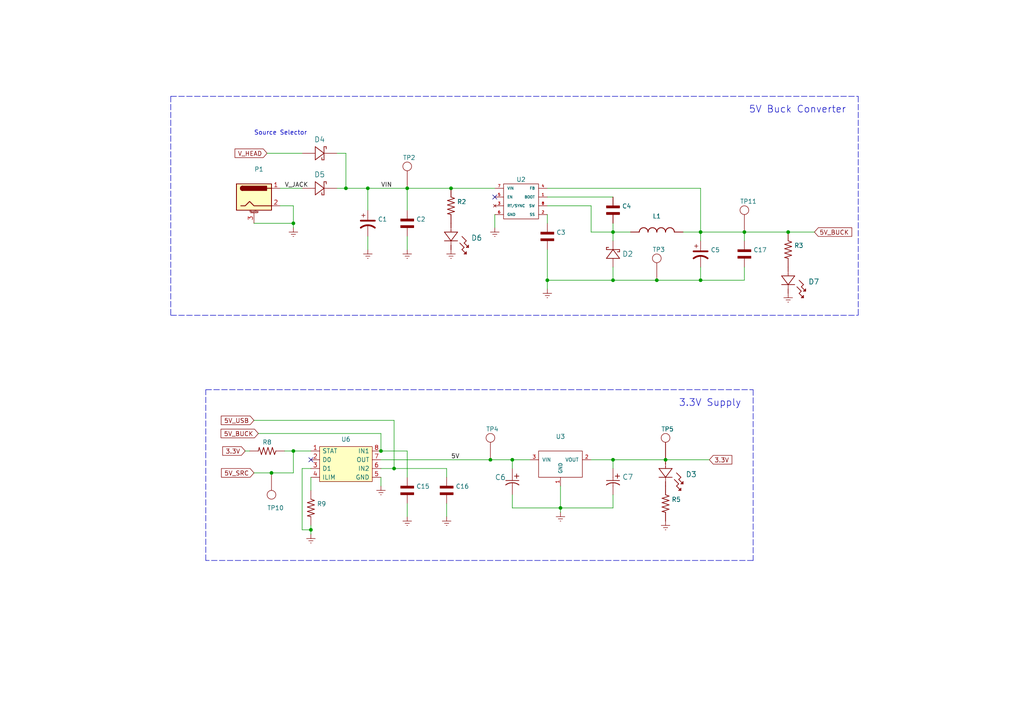
<source format=kicad_sch>
(kicad_sch (version 20211123) (generator eeschema)
  (paper "A4")
  (title_block (title "Engine Microcontroller Power Supply") (rev "1.0") (company "Sun Devil Rocketry") (comment 1 "Author: Colton Acosta"))
  (lib_symbols
    (symbol "Engine-Controller:CAP_0603" (pin_numbers hide) (pin_names (offset 1.016) hide)
      (property "Reference" "C" (at -1.27 3.81 0))
      (property "Value" "CAP_0603" (at -3.81 -3.81 0))
      (symbol "CAP_0603_0_0"
        (rectangle (start -1.27 -1.905) (end -0.635 1.905) (fill (type outline)))
        (rectangle (start 0.635 -1.905) (end 1.27 1.905) (fill (type outline)))
        (pin passive line (at 3.81 0 180) (length 2.54) (name "~") (number "1"))
        (pin passive line (at -3.81 0 0) (length 2.54) (name "~") (number "2"))
      )
    )
    (symbol "Engine-Controller:CAP_Polar" (pin_numbers hide) (pin_names (offset 0.254) hide)
      (property "Reference" "C" (at 0.635 2.54 0))
      (property "Value" "CAP_Polar" (at 0.635 -2.54 0))
      (symbol "CAP_Polar_0_1"
        (polyline (pts (xy -2.032 0.762) (xy 2.032 0.762)) (stroke (width 0.508)))
        (polyline (pts (xy -1.778 2.286) (xy -0.762 2.286)))
        (polyline (pts (xy -1.27 1.778) (xy -1.27 2.794)))
        (arc (start 2.032 -1.27) (mid 0 -0.5572) (end -2.032 -1.27) (stroke (width 0.508)))
      )
      (symbol "CAP_Polar_1_1"
        (pin passive line (at 0 3.81 270) (length 2.794) (name "~") (number "1"))
        (pin passive line (at 0 -3.81 90) (length 3.302) (name "~") (number "2"))
      )
    )
    (symbol "Engine-Controller:CBC3225T220KR" (pin_numbers hide) (pin_names (offset 1.016) hide)
      (property "Reference" "L" (at -2.54 2.54 0))
      (property "Value" "CBC3225T220KR" (at -7.62 -3.81 0))
      (symbol "CBC3225T220KR_0_0"
        (arc (start -2.54 0) (mid -3.81 1.27) (end -5.08 0) (stroke (width 0.254)))
        (arc (start 0 0) (mid -1.27 1.27) (end -2.54 0) (stroke (width 0.254)))
        (arc (start 2.54 0) (mid 1.27 1.27) (end 0 0) (stroke (width 0.254)))
        (arc (start 5.08 0) (mid 3.81 1.27) (end 2.54 0) (stroke (width 0.254)))
        (pin passive line (at -7.62 0 0) (length 2.54) (name "~") (number "1"))
        (pin passive line (at 7.62 0 180) (length 2.54) (name "~") (number "2"))
      )
    )
    (symbol "Engine-Controller:CWR11HH106KB" (pin_numbers hide) (pin_names (offset 1.651) hide)
      (property "Reference" "C" (at 3.81 3.81 0))
      (property "Value" "CWR11HH106KB" (at 3.81 -5.08 0))
      (symbol "CWR11HH106KB_1_1"
        (polyline (pts (xy 1.5748 1.27) (xy 2.8448 1.27)) (stroke (width 0.2032)))
        (polyline (pts (xy 2.2098 0.635) (xy 2.2098 1.905)) (stroke (width 0.2032)))
        (polyline (pts (xy 2.54 0) (xy 3.4798 0)) (stroke (width 0.1524)))
        (polyline (pts (xy 3.4798 -1.905) (xy 3.4798 1.905)) (stroke (width 0.2032)))
        (polyline (pts (xy 4.1148 0) (xy 5.08 0)) (stroke (width 0.1524)))
        (arc (start 4.7498 1.905) (mid 4.1148 0) (end 4.7498 -1.905) (stroke (width 0.254)))
        (pin passive line (at 0 0 0) (length 2.54) (name "1") (number "1"))
        (pin passive line (at 7.62 0 180) (length 2.54) (name "2") (number "2"))
      )
    )
    (symbol "Engine-Controller:EJ508A" (pin_names hide)
      (property "Reference" "P" (at 0 5.334 0))
      (symbol "EJ508A_0_1"
        (rectangle (start -5.08 3.81) (end 5.08 -3.81) (stroke (width 0.254)) (fill (type background)))
        (arc (start -3.302 3.175) (mid -3.937 2.54) (end -3.302 1.905) (stroke (width 0.254)))
        (arc (start -3.302 3.175) (mid -3.937 2.54) (end -3.302 1.905) (stroke (width 0.254)) (fill (type outline)))
        (polyline (pts (xy 5.08 2.54) (xy 3.81 2.54)) (stroke (width 0.254)))
        (polyline (pts (xy -3.81 -2.54) (xy -2.54 -2.54) (xy -1.27 -1.27) (xy 0 -2.54) (xy 2.54 -2.54) (xy 5.08 -2.54)) (stroke (width 0.254)))
        (rectangle (start 3.683 3.175) (end -3.302 1.905) (stroke (width 0.254)) (fill (type outline)))
      )
      (symbol "EJ508A_1_1"
        (polyline (pts (xy -1.016 -4.572) (xy 1.016 -4.572)) (stroke (width 0.1524)))
        (text "Mounting" (at 0 -4.191 0) (effects (font (size 0.381 0.381))))
        (pin passive line (at 7.62 2.54 180) (length 2.54) (name "~") (number "1"))
        (pin passive line (at 7.62 -2.54 180) (length 2.54) (name "~") (number "2"))
        (pin passive line (at 0 -7.62 90) (length 3.048) (name "MountPin") (number "3"))
      )
    )
    (symbol "Engine-Controller:RB160VAM-60TR" (pin_numbers hide) (pin_names hide)
      (property "Reference" "D" (at 5.08 4.445 0))
      (symbol "RB160VAM-60TR_1_1"
        (polyline (pts (xy 3.81 -1.905) (xy 6.35 0)) (stroke (width 0.2032)))
        (polyline (pts (xy 3.81 1.905) (xy 3.81 -1.905)) (stroke (width 0.2032)))
        (polyline (pts (xy 5.715 -1.905) (xy 5.715 -1.27)) (stroke (width 0.2032)))
        (polyline (pts (xy 6.35 -1.905) (xy 5.715 -1.905)) (stroke (width 0.2032)))
        (polyline (pts (xy 6.35 -1.905) (xy 6.35 1.905)) (stroke (width 0.2032)))
        (polyline (pts (xy 6.35 0) (xy 3.81 1.905)) (stroke (width 0.2032)))
        (polyline (pts (xy 6.35 1.905) (xy 6.985 1.905)) (stroke (width 0.2032)))
        (polyline (pts (xy 6.985 1.905) (xy 6.985 1.27)) (stroke (width 0.2032)))
        (pin passive line (at 8.89 0 180) (length 2.54) (name "~") (number "1"))
        (pin passive line (at 1.27 0 0) (length 2.54) (name "~") (number "2"))
      )
    )
    (symbol "Engine-Controller:SM5819PL-TP" (pin_numbers hide) (pin_names hide)
      (property "Reference" "D" (at 5.08 4.445 0))
      (symbol "SM5819PL-TP_1_1"
        (polyline (pts (xy 2.54 0) (xy 3.4798 0)) (stroke (width 0.1524)))
        (polyline (pts (xy 3.175 0) (xy 3.81 0)) (stroke (width 0.1524)))
        (polyline (pts (xy 3.81 -1.905) (xy 6.35 0)) (stroke (width 0.2032)))
        (polyline (pts (xy 3.81 1.905) (xy 3.81 -1.905)) (stroke (width 0.2032)))
        (polyline (pts (xy 5.715 -1.905) (xy 5.715 -1.27)) (stroke (width 0.2032)))
        (polyline (pts (xy 6.35 -1.905) (xy 5.715 -1.905)) (stroke (width 0.2032)))
        (polyline (pts (xy 6.35 -1.905) (xy 6.35 1.905)) (stroke (width 0.2032)))
        (polyline (pts (xy 6.35 0) (xy 3.81 1.905)) (stroke (width 0.2032)))
        (polyline (pts (xy 6.35 0) (xy 7.62 0)) (stroke (width 0.1524)))
        (polyline (pts (xy 6.35 1.905) (xy 6.985 1.905)) (stroke (width 0.2032)))
        (polyline (pts (xy 6.985 1.905) (xy 6.985 1.27)) (stroke (width 0.2032)))
        (pin passive line (at 10.16 0 180) (length 2.54) (name "~") (number "1"))
        (pin passive line (at 0 0 0) (length 2.54) (name "~") (number "2"))
      )
    )
    (symbol "Engine-Controller:SML-LX1206GC-TR" (pin_numbers hide) (pin_names hide)
      (property "Reference" "D" (at 3.81 5.08 0))
      (property "Value" "SML-LX1206GC-TR" (at 11.43 -10.16 0))
      (symbol "SML-LX1206GC-TR_1_1"
        (polyline (pts (xy -1.905 0) (xy 1.905 0)) (stroke (width 0.2032)))
        (polyline (pts (xy -1.905 2.54) (xy 0 0)) (stroke (width 0.2032)))
        (polyline (pts (xy 0 0) (xy 0 -1.27)) (stroke (width 0.1524)))
        (polyline (pts (xy 0 0) (xy 1.905 2.54)) (stroke (width 0.2032)))
        (polyline (pts (xy 0 3.175) (xy 0 2.54)) (stroke (width 0.1524)))
        (polyline (pts (xy 0 3.81) (xy 0 2.8702)) (stroke (width 0.1524)))
        (polyline (pts (xy 1.905 2.54) (xy -1.905 2.54)) (stroke (width 0.2032)))
        (polyline (pts (xy 2.54 -0.635) (xy 3.81 -1.905)) (stroke (width 0.2032)))
        (polyline (pts (xy 3.175 -2.54) (xy 4.445 -3.81)) (stroke (width 0.2032)))
        (polyline (pts (xy 3.175 1.27) (xy 4.445 0)) (stroke (width 0.2032)))
        (polyline (pts (xy 3.81 -3.81) (xy 4.445 -3.81)) (stroke (width 0.2032)))
        (polyline (pts (xy 3.81 -1.905) (xy 3.175 -2.54)) (stroke (width 0.2032)))
        (polyline (pts (xy 3.81 -0.635) (xy 5.08 -1.905)) (stroke (width 0.2032)))
        (polyline (pts (xy 4.445 -3.81) (xy 4.445 -3.175)) (stroke (width 0.2032)))
        (polyline (pts (xy 4.445 -3.175) (xy 3.81 -3.81)) (stroke (width 0.2032)))
        (polyline (pts (xy 4.445 -1.905) (xy 5.08 -1.905)) (stroke (width 0.2032)))
        (polyline (pts (xy 4.445 0) (xy 3.81 -0.635)) (stroke (width 0.2032)))
        (polyline (pts (xy 5.08 -1.905) (xy 5.08 -1.27)) (stroke (width 0.2032)))
        (polyline (pts (xy 5.08 -1.27) (xy 4.445 -1.905)) (stroke (width 0.2032)))
        (pin passive line (at 0 -2.54 90) (length 1.27) (name "1") (number "1"))
        (pin passive line (at 0 5.08 270) (length 1.27) (name "2") (number "2"))
      )
    )
    (symbol "Engine-Controller:TP" (pin_numbers hide) (pin_names (offset 1.016) hide)
      (property "Reference" "TP" (at 0 8.89 0))
      (property "Value" "TP" (at 0 8.89 0))
      (symbol "TP_0_1"
        (circle (center 0 6.35) (radius 1.27))
      )
      (symbol "TP_1_1"
        (pin passive line (at 0 0 90) (length 5.08) (name "~") (number "1"))
      )
    )
    (symbol "Engine-Controller:TPS2115APWR" (pin_names (offset 0.762))
      (property "Reference" "U" (at -1.27 6.35 0))
      (symbol "TPS2115APWR_0_1"
        (rectangle (start -7.62 5.08) (end 7.62 -5.08) (fill (type background)))
      )
      (symbol "TPS2115APWR_1_1"
        (pin input line (at -10.16 3.81 0) (length 2.54) (name "STAT") (number "1"))
        (pin input line (at -10.16 1.27 0) (length 2.54) (name "D0") (number "2"))
        (pin input line (at -10.16 -1.27 0) (length 2.54) (name "D1") (number "3"))
        (pin input line (at -10.16 -3.81 0) (length 2.54) (name "ILIM") (number "4"))
        (pin passive line (at 10.16 -3.81 180) (length 2.54) (name "GND") (number "5"))
        (pin input line (at 10.16 -1.27 180) (length 2.54) (name "IN2") (number "6"))
        (pin power_out line (at 10.16 1.27 180) (length 2.54) (name "OUT") (number "7"))
        (pin input line (at 10.16 3.81 180) (length 2.54) (name "IN1") (number "8"))
      )
    )
    (symbol "Engine-Controller:UKL1C220KDDANATD" (pin_numbers hide) (pin_names (offset 0.254) hide)
      (property "Reference" "C" (at 0.635 2.54 0))
      (property "Value" "UKL1C220KDDANATD" (at 0.635 -2.54 0))
      (symbol "UKL1C220KDDANATD_0_1"
        (polyline (pts (xy -2.032 0.762) (xy 2.032 0.762)) (stroke (width 0.508)))
        (polyline (pts (xy -1.778 2.286) (xy -0.762 2.286)))
        (polyline (pts (xy -1.27 1.778) (xy -1.27 2.794)))
        (arc (start 2.032 -1.27) (mid 0 -0.5572) (end -2.032 -1.27) (stroke (width 0.508)))
      )
      (symbol "UKL1C220KDDANATD_1_1"
        (pin passive line (at 0 3.81 270) (length 2.794) (name "~") (number "1"))
        (pin passive line (at 0 -3.81 90) (length 3.302) (name "~") (number "2"))
      )
    )
    (symbol "Flight-Computer-rescue:Earth-power" (power) (pin_names (offset 0))
      (symbol "Earth-power_0_1"
        (polyline (pts (xy -0.635 -1.905) (xy 0.635 -1.905)))
        (polyline (pts (xy -0.127 -2.54) (xy 0.127 -2.54)))
        (polyline (pts (xy 0 -1.27) (xy 0 0)))
        (polyline (pts (xy 1.27 -1.27) (xy -1.27 -1.27)))
      )
      (symbol "Earth-power_1_1"
        (pin power_in line (at 0 0 270) (length 0) hide (name "Earth") (number "1"))
      )
    )
    (symbol "Flight-Computer-rescue:LM22672MRE-5.0_NOPB-Engine-Controller" (pin_names (offset 1.016))
      (property "Reference" "U" (at -1.27 8.89 0))
      (property "Value" "LM22672MRE-5.0_NOPB-Engine-Controller" (at 0 -11.43 0))
      (symbol "LM22672MRE-5.0_NOPB-Engine-Controller_0_1"
        (rectangle (start -5.08 6.35) (end 5.08 -3.81))
      )
      (symbol "LM22672MRE-5.0_NOPB-Engine-Controller_1_1"
        (pin input line (at 7.62 2.54 180) (length 2.54) (name "BOOT") (number "1"))
        (pin input line (at 7.62 -2.54 180) (length 2.54) (name "SS") (number "2"))
        (pin no_connect line (at -7.62 0 0) (length 2.54) (name "RT/SYNC") (number "3"))
        (pin input line (at 7.62 5.08 180) (length 2.54) (name "FB") (number "4"))
        (pin input line (at -7.62 2.54 0) (length 2.54) (name "EN") (number "5"))
        (pin input line (at -7.62 -2.54 0) (length 2.54) (name "GND") (number "6"))
        (pin input line (at -7.62 5.08 0) (length 2.54) (name "VIN") (number "7"))
        (pin output line (at 7.62 0 180) (length 2.54) (name "SW") (number "8"))
      )
    )
    (symbol "Flight-Computer-rescue:LMS8117AMP-3.3_NOPB-Engine-Controller" (pin_names (offset 1.016))
      (property "Reference" "U" (at -1.27 5.08 0))
      (property "Value" "LMS8117AMP-3.3_NOPB-Engine-Controller" (at 0 -11.43 0))
      (symbol "LMS8117AMP-3.3_NOPB-Engine-Controller_0_1"
        (rectangle (start -6.35 3.81) (end 6.35 -3.81))
      )
      (symbol "LMS8117AMP-3.3_NOPB-Engine-Controller_1_1"
        (pin input line (at 0 -6.35 90) (length 2.54) (name "GND") (number "1"))
        (pin output line (at 8.89 1.27 180) (length 2.54) (name "VOUT") (number "2"))
        (pin input line (at -8.89 1.27 0) (length 2.54) (name "VIN") (number "3"))
      )
    )
    (symbol "Flight-Computer-rescue:RES_0603-Engine-Controller" (pin_numbers hide) (pin_names (offset 1.016) hide)
      (property "Reference" "R" (at -1.27 1.27 0))
      (property "Value" "RES_0603-Engine-Controller" (at -3.81 -2.54 0))
      (symbol "RES_0603-Engine-Controller_0_0"
        (polyline (pts (xy -2.54 0) (xy -2.159 1.016)) (stroke (width 0.2032)))
        (polyline (pts (xy -2.159 1.016) (xy -1.524 -1.016)) (stroke (width 0.2032)))
        (polyline (pts (xy -1.524 -1.016) (xy -0.889 1.016)) (stroke (width 0.2032)))
        (polyline (pts (xy -0.889 1.016) (xy -0.254 -1.016)) (stroke (width 0.2032)))
        (polyline (pts (xy -0.254 -1.016) (xy 0.381 1.016)) (stroke (width 0.2032)))
        (polyline (pts (xy 0.381 1.016) (xy 1.016 -1.016)) (stroke (width 0.2032)))
        (polyline (pts (xy 1.016 -1.016) (xy 1.651 1.016)) (stroke (width 0.2032)))
        (polyline (pts (xy 1.651 1.016) (xy 2.286 -1.016)) (stroke (width 0.2032)))
        (polyline (pts (xy 2.286 -1.016) (xy 2.54 0)) (stroke (width 0.2032)))
        (pin passive line (at -5.08 0 0) (length 2.54) (name "~") (number "1"))
        (pin passive line (at 5.08 0 180) (length 2.54) (name "~") (number "2"))
      )
    )
  )
  (junction (at 118.11 54.61))
  (junction (at 130.81 54.61))
  (junction (at 177.8 81.28))
  (junction (at 106.68 54.61))
  (junction (at 148.59 133.35))
  (junction (at 162.56 147.32))
  (junction (at 203.2 81.28))
  (junction (at 215.9 67.31))
  (junction (at 177.8 133.35))
  (junction (at 78.74 137.16))
  (junction (at 142.24 133.35))
  (junction (at 190.5 81.28))
  (junction (at 110.49 130.81))
  (junction (at 100.33 54.61))
  (junction (at 203.2 67.31))
  (junction (at 114.3 135.89))
  (junction (at 193.04 133.35))
  (junction (at 85.09 130.81))
  (junction (at 85.09 64.77))
  (junction (at 177.8 67.31))
  (junction (at 90.17 153.67))
  (junction (at 158.75 81.28))
  (junction (at 228.6 67.31))
  (no_connect (at 143.51 57.15))
  (no_connect (at 90.17 133.35))
  (wire (pts (xy 118.11 60.96) (xy 118.11 54.61)))
  (wire (pts (xy 72.39 130.81) (xy 71.12 130.81)))
  (wire (pts (xy 158.75 59.69) (xy 171.45 59.69)))
  (wire (pts (xy 78.74 137.16) (xy 73.66 137.16)))
  (wire (pts (xy 158.75 57.15) (xy 177.8 57.15)))
  (wire (pts (xy 158.75 72.39) (xy 158.75 81.28)))
  (polyline (pts (xy 49.53 27.94) (xy 248.92 27.94)))
  (wire (pts (xy 153.67 133.35) (xy 148.59 133.35)))
  (wire (pts (xy 215.9 77.47) (xy 215.9 81.28)))
  (wire (pts (xy 171.45 67.31) (xy 177.8 67.31)))
  (wire (pts (xy 148.59 135.89) (xy 148.59 133.35)))
  (wire (pts (xy 87.63 153.67) (xy 90.17 153.67)))
  (wire (pts (xy 110.49 138.43) (xy 110.49 140.97)))
  (wire (pts (xy 177.8 133.35) (xy 193.04 133.35)))
  (wire (pts (xy 158.75 62.23) (xy 158.75 64.77)))
  (wire (pts (xy 129.54 135.89) (xy 129.54 138.43)))
  (wire (pts (xy 203.2 67.31) (xy 215.9 67.31)))
  (wire (pts (xy 171.45 133.35) (xy 177.8 133.35)))
  (wire (pts (xy 114.3 135.89) (xy 129.54 135.89)))
  (wire (pts (xy 142.24 133.35) (xy 110.49 133.35)))
  (wire (pts (xy 81.28 54.61) (xy 87.63 54.61)))
  (wire (pts (xy 177.8 133.35) (xy 177.8 135.89)))
  (wire (pts (xy 177.8 81.28) (xy 190.5 81.28)))
  (wire (pts (xy 171.45 59.69) (xy 171.45 67.31)))
  (wire (pts (xy 130.81 54.61) (xy 143.51 54.61)))
  (wire (pts (xy 90.17 138.43) (xy 90.17 142.24)))
  (wire (pts (xy 106.68 54.61) (xy 118.11 54.61)))
  (wire (pts (xy 129.54 146.05) (xy 129.54 149.86)))
  (wire (pts (xy 90.17 135.89) (xy 87.63 135.89)))
  (wire (pts (xy 215.9 67.31) (xy 228.6 67.31)))
  (wire (pts (xy 158.75 54.61) (xy 203.2 54.61)))
  (wire (pts (xy 177.8 147.32) (xy 162.56 147.32)))
  (wire (pts (xy 203.2 77.47) (xy 203.2 81.28)))
  (wire (pts (xy 203.2 69.85) (xy 203.2 67.31)))
  (wire (pts (xy 177.8 67.31) (xy 182.88 67.31)))
  (wire (pts (xy 106.68 60.96) (xy 106.68 54.61)))
  (wire (pts (xy 203.2 81.28) (xy 215.9 81.28)))
  (wire (pts (xy 82.55 130.81) (xy 85.09 130.81)))
  (wire (pts (xy 162.56 147.32) (xy 162.56 140.97)))
  (wire (pts (xy 73.66 64.77) (xy 85.09 64.77)))
  (wire (pts (xy 215.9 69.85) (xy 215.9 67.31)))
  (wire (pts (xy 118.11 146.05) (xy 118.11 149.86)))
  (wire (pts (xy 85.09 59.69) (xy 85.09 64.77)))
  (wire (pts (xy 177.8 81.28) (xy 177.8 77.47)))
  (wire (pts (xy 148.59 147.32) (xy 162.56 147.32)))
  (wire (pts (xy 100.33 44.45) (xy 100.33 54.61)))
  (wire (pts (xy 77.47 44.45) (xy 87.63 44.45)))
  (wire (pts (xy 118.11 54.61) (xy 130.81 54.61)))
  (polyline (pts (xy 49.53 91.44) (xy 248.92 91.44)))
  (wire (pts (xy 177.8 69.85) (xy 177.8 67.31)))
  (polyline (pts (xy 248.92 27.94) (xy 248.92 91.44)))
  (wire (pts (xy 158.75 81.28) (xy 177.8 81.28)))
  (polyline (pts (xy 59.69 162.56) (xy 59.69 113.03)))
  (wire (pts (xy 148.59 133.35) (xy 142.24 133.35)))
  (wire (pts (xy 85.09 130.81) (xy 90.17 130.81)))
  (wire (pts (xy 143.51 62.23) (xy 143.51 66.04)))
  (polyline (pts (xy 218.44 162.56) (xy 59.69 162.56)))
  (wire (pts (xy 162.56 147.32) (xy 162.56 148.59)))
  (wire (pts (xy 81.28 59.69) (xy 85.09 59.69)))
  (wire (pts (xy 74.93 125.73) (xy 110.49 125.73)))
  (wire (pts (xy 114.3 135.89) (xy 110.49 135.89)))
  (wire (pts (xy 110.49 130.81) (xy 118.11 130.81)))
  (wire (pts (xy 228.6 67.31) (xy 236.22 67.31)))
  (wire (pts (xy 90.17 152.4) (xy 90.17 153.67)))
  (polyline (pts (xy 59.69 113.03) (xy 218.44 113.03)))
  (wire (pts (xy 193.04 133.35) (xy 205.74 133.35)))
  (wire (pts (xy 177.8 67.31) (xy 177.8 64.77)))
  (wire (pts (xy 85.09 137.16) (xy 78.74 137.16)))
  (wire (pts (xy 90.17 153.67) (xy 90.17 154.94)))
  (wire (pts (xy 85.09 130.81) (xy 85.09 137.16)))
  (wire (pts (xy 106.68 68.58) (xy 106.68 72.39)))
  (wire (pts (xy 87.63 135.89) (xy 87.63 153.67)))
  (wire (pts (xy 190.5 81.28) (xy 203.2 81.28)))
  (wire (pts (xy 198.12 67.31) (xy 203.2 67.31)))
  (wire (pts (xy 97.79 54.61) (xy 100.33 54.61)))
  (wire (pts (xy 118.11 68.58) (xy 118.11 72.39)))
  (wire (pts (xy 114.3 121.92) (xy 73.66 121.92)))
  (wire (pts (xy 114.3 135.89) (xy 114.3 121.92)))
  (wire (pts (xy 158.75 81.28) (xy 158.75 83.82)))
  (wire (pts (xy 110.49 125.73) (xy 110.49 130.81)))
  (wire (pts (xy 100.33 54.61) (xy 106.68 54.61)))
  (wire (pts (xy 148.59 143.51) (xy 148.59 147.32)))
  (wire (pts (xy 118.11 130.81) (xy 118.11 138.43)))
  (wire (pts (xy 97.79 44.45) (xy 100.33 44.45)))
  (polyline (pts (xy 49.53 27.94) (xy 49.53 91.44)))
  (polyline (pts (xy 218.44 113.03) (xy 218.44 162.56)))
  (wire (pts (xy 85.09 64.77) (xy 85.09 66.04)))
  (wire (pts (xy 177.8 143.51) (xy 177.8 147.32)))
  (wire (pts (xy 203.2 54.61) (xy 203.2 67.31)))
  (text "Source Selector\n" (at 73.66 39.37 0) (effects (font (size 1.27 1.27)) (justify left bottom)))
  (text "5V Buck Converter" (at 217.17 33.02 0) (effects (font (size 2.0066 2.0066)) (justify left bottom)))
  (text "3.3V Supply\n" (at 196.85 118.11 0) (effects (font (size 2.0066 2.0066)) (justify left bottom)))
  (label "5V" (at 130.81 133.35 0))
  (label "V_JACK" (at 82.55 54.61 0))
  (label "VIN" (at 110.49 54.61 0))
  (global_label "5V_BUCK" (shape input) (at 236.22 67.31 0) (property "Intersheet References" "${INTERSHEET_REFS}" (effects hide)))
  (global_label "3.3V" (shape input) (at 205.74 133.35 0) (property "Intersheet References" "${INTERSHEET_REFS}" (effects hide)))
  (global_label "5V_USB" (shape input) (at 73.66 121.92 180) (property "Intersheet References" "${INTERSHEET_REFS}" (effects hide)))
  (global_label "3.3V" (shape input) (at 71.12 130.81 180) (property "Intersheet References" "${INTERSHEET_REFS}" (effects hide)))
  (global_label "5V_SRC" (shape input) (at 73.66 137.16 180) (property "Intersheet References" "${INTERSHEET_REFS}" (effects hide)))
  (global_label "V_HEAD" (shape input) (at 77.47 44.45 180) (property "Intersheet References" "${INTERSHEET_REFS}" (effects hide)))
  (global_label "5V_BUCK" (shape input) (at 74.93 125.73 180) (property "Intersheet References" "${INTERSHEET_REFS}" (effects hide)))
  (symbol (lib_id "Engine-Controller:EJ508A") (at 73.66 57.15 0) (unit 1)
    (property "Reference" "P1" (at 75.1078 49.0982 0))
  )
  (symbol (lib_id "Engine-Controller:TP") (at 118.11 54.61 0) (unit 1)
    (property "Reference" "TP2" (at 116.84 45.72 0) (effects (justify left)))
  )
  (symbol (lib_id "Engine-Controller:TP") (at 142.24 133.35 0) (unit 1)
    (property "Reference" "TP4" (at 140.97 124.46 0) (effects (justify left)))
  )
  (symbol (lib_id "Engine-Controller:TP") (at 190.5 81.28 0) (unit 1)
    (property "Reference" "TP3" (at 189.23 72.39 0) (effects (justify left)))
  )
  (symbol (lib_id "Engine-Controller:TP") (at 193.04 133.35 0) (unit 1)
    (property "Reference" "TP5" (at 191.77 124.46 0) (effects (justify left)))
  )
  (symbol (lib_id "Flight-Computer-rescue:Earth-power") (at 162.56 148.59 0) (unit 1)
    (property "Reference" "#PWR0108" (effects hide))
  )
  (symbol (lib_id "Engine-Controller:CBC3225T220KR") (at 190.5 67.31 0) (unit 1)
    (property "Reference" "L1" (at 190.5 62.7126 0))
  )
  (symbol (lib_id "Flight-Computer-rescue:Earth-power") (at 85.09 66.04 0) (unit 1)
    (property "Reference" "#PWR0103" (effects hide))
  )
  (symbol (lib_id "Flight-Computer-rescue:RES_0603-Engine-Controller") (at 193.04 146.05 270) (unit 1)
    (property "Reference" "R5" (at 194.7926 144.8816 90) (effects (justify left)))
  )
  (symbol (lib_id "Flight-Computer-rescue:Earth-power") (at 193.04 151.13 0) (unit 1)
    (property "Reference" "#PWR0109" (effects hide))
  )
  (symbol (lib_id "Engine-Controller:UKL1C220KDDANATD") (at 106.68 64.77 0) (unit 1)
    (property "Reference" "C1" (at 109.601 63.6016 0) (effects (justify left)))
  )
  (symbol (lib_id "Flight-Computer-rescue:Earth-power") (at 106.68 72.39 0) (unit 1)
    (property "Reference" "#PWR0104" (effects hide))
  )
  (symbol (lib_id "Engine-Controller:CAP_0603") (at 118.11 64.77 270) (unit 1)
    (property "Reference" "C2" (at 120.7262 63.6016 90) (effects (justify left)))
  )
  (symbol (lib_id "Flight-Computer-rescue:Earth-power") (at 118.11 72.39 0) (unit 1)
    (property "Reference" "#PWR0105" (effects hide))
  )
  (symbol (lib_id "Engine-Controller:SM5819PL-TP") (at 87.63 54.61 0) (unit 1)
    (property "Reference" "D5" (at 92.71 50.6222 0) (effects (font (size 1.524 1.524))))
  )
  (symbol (lib_id "Engine-Controller:SM5819PL-TP") (at 87.63 44.45 0) (unit 1)
    (property "Reference" "D4" (at 92.71 40.4622 0) (effects (font (size 1.524 1.524))))
  )
  (symbol (lib_id "Engine-Controller:CAP_0603") (at 158.75 68.58 270) (unit 1)
    (property "Reference" "C3" (at 161.3662 67.4116 90) (effects (justify left)))
  )
  (symbol (lib_id "Flight-Computer-rescue:Earth-power") (at 143.51 66.04 0) (unit 1)
    (property "Reference" "#PWR0107" (effects hide))
  )
  (symbol (lib_id "Flight-Computer-rescue:Earth-power") (at 158.75 83.82 0) (unit 1)
    (property "Reference" "#PWR0106" (effects hide))
  )
  (symbol (lib_id "Engine-Controller:TP") (at 78.74 137.16 180) (unit 1)
    (property "Reference" "TP10" (at 77.47 147.32 0) (effects (justify right)))
  )
  (symbol (lib_id "Engine-Controller:CAP_0603") (at 177.8 60.96 270) (unit 1)
    (property "Reference" "C4" (at 180.4162 59.7916 90) (effects (justify left)))
  )
  (symbol (lib_id "Engine-Controller:RB160VAM-60TR") (at 177.8 78.74 90) (unit 1)
    (property "Reference" "D2" (at 180.4416 73.66 90) (effects (font (size 1.524 1.524)) (justify right)))
  )
  (symbol (lib_id "Engine-Controller:TPS2115APWR") (at 100.33 134.62 0) (unit 1)
    (property "Reference" "U6" (at 100.33 127.4318 0))
  )
  (symbol (lib_id "Flight-Computer-rescue:Earth-power") (at 110.49 140.97 0) (unit 1)
    (property "Reference" "#PWR09" (effects hide))
  )
  (symbol (lib_id "Flight-Computer-rescue:RES_0603-Engine-Controller") (at 90.17 147.32 270) (unit 1)
    (property "Reference" "R9" (at 91.9226 146.1516 90) (effects (justify left)))
  )
  (symbol (lib_id "Flight-Computer-rescue:Earth-power") (at 90.17 154.94 0) (unit 1)
    (property "Reference" "#PWR08" (effects hide))
  )
  (symbol (lib_id "Engine-Controller:CAP_0603") (at 129.54 142.24 270) (unit 1)
    (property "Reference" "C16" (at 132.1562 141.0716 90) (effects (justify left)))
  )
  (symbol (lib_id "Engine-Controller:CAP_0603") (at 118.11 142.24 270) (unit 1)
    (property "Reference" "C15" (at 120.7262 141.0716 90) (effects (justify left)))
  )
  (symbol (lib_id "Flight-Computer-rescue:Earth-power") (at 118.11 149.86 0) (unit 1)
    (property "Reference" "#PWR010" (effects hide))
  )
  (symbol (lib_id "Flight-Computer-rescue:Earth-power") (at 129.54 149.86 0) (unit 1)
    (property "Reference" "#PWR011" (effects hide))
  )
  (symbol (lib_id "Engine-Controller:CAP_0603") (at 215.9 73.66 270) (unit 1)
    (property "Reference" "C17" (at 218.5162 72.4916 90) (effects (justify left)))
  )
  (symbol (lib_id "Flight-Computer-rescue:RES_0603-Engine-Controller") (at 77.47 130.81 180) (unit 1)
    (property "Reference" "R8" (at 77.47 128.27 0))
  )
  (symbol (lib_id "Flight-Computer-rescue:LM22672MRE-5.0_NOPB-Engine-Controller") (at 151.13 59.69 0) (unit 1)
    (property "Reference" "U2" (at 151.13 52.07 0))
  )
  (symbol (lib_id "Engine-Controller:CWR11HH106KB") (at 148.59 135.89 270) (unit 1)
    (property "Reference" "C6" (at 143.51 138.43 90) (effects (font (size 1.524 1.524)) (justify left)))
  )
  (symbol (lib_id "Engine-Controller:CWR11HH106KB") (at 177.8 135.89 270) (unit 1)
    (property "Reference" "C7" (at 180.467 138.3538 90) (effects (font (size 1.524 1.524)) (justify left)))
  )
  (symbol (lib_id "Engine-Controller:SML-LX1206GC-TR") (at 193.04 138.43 0) (unit 1)
    (property "Reference" "D3" (at 198.8566 137.5918 0) (effects (font (size 1.524 1.524)) (justify left)))
  )
  (symbol (lib_id "Engine-Controller:TP") (at 215.9 67.31 0) (unit 1)
    (property "Reference" "TP11" (at 214.63 58.42 0) (effects (justify left)))
  )
  (symbol (lib_id "Engine-Controller:SML-LX1206GC-TR") (at 130.81 69.85 0) (unit 1)
    (property "Reference" "D6" (at 136.6266 69.0118 0) (effects (font (size 1.524 1.524)) (justify left)))
  )
  (symbol (lib_id "Flight-Computer-rescue:Earth-power") (at 130.81 72.39 0) (unit 1)
    (property "Reference" "#PWR012" (effects hide))
  )
  (symbol (lib_id "Flight-Computer-rescue:RES_0603-Engine-Controller") (at 130.81 59.69 270) (unit 1)
    (property "Reference" "R2" (at 132.5626 58.5216 90) (effects (justify left)))
  )
  (symbol (lib_id "Engine-Controller:CAP_Polar") (at 203.2 73.66 0) (unit 1)
    (property "Reference" "C5" (at 206.121 72.4916 0) (effects (justify left)))
  )
  (symbol (lib_id "Flight-Computer-rescue:RES_0603-Engine-Controller") (at 228.6 72.39 270) (unit 1)
    (property "Reference" "R3" (at 230.3526 71.2216 90) (effects (justify left)))
  )
  (symbol (lib_id "Engine-Controller:SML-LX1206GC-TR") (at 228.6 82.55 0) (unit 1)
    (property "Reference" "D7" (at 234.4166 81.7118 0) (effects (font (size 1.524 1.524)) (justify left)))
  )
  (symbol (lib_id "Flight-Computer-rescue:Earth-power") (at 228.6 85.09 0) (unit 1)
    (property "Reference" "#PWR013" (effects hide))
  )
  (symbol (lib_id "Flight-Computer-rescue:LMS8117AMP-3.3_NOPB-Engine-Controller") (at 162.56 134.62 0) (unit 1)
    (property "Reference" "U3" (at 162.56 126.619 0))
  )
)
</source>
